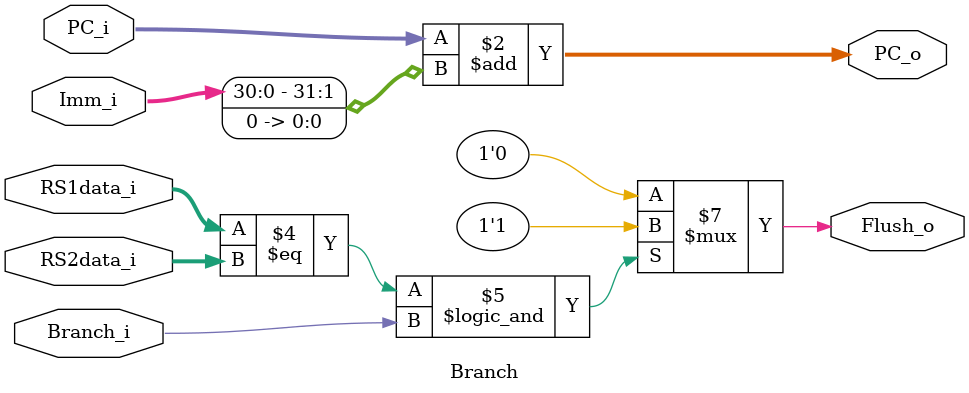
<source format=v>
module  Branch
(
    RS1data_i,
    RS2data_i,
    Branch_i,
    Imm_i,
    PC_i,
    Flush_o,
    PC_o
);

input   [31:0]  RS1data_i;
input   [31:0]  RS2data_i;
input           Branch_i;
input   [31:0]  Imm_i;
input   [31:0]  PC_i;
output          Flush_o;
output  [31:0]  PC_o;

reg     Flush_o;

assign PC_o = PC_i + (Imm_i << 1);

always@(RS1data_i or RS2data_i or Branch_i or Imm_i or PC_i)begin
    Flush_o = 1'b0;
    if(RS1data_i == RS2data_i && Branch_i)begin
        Flush_o = 1'b1;
    end
end

endmodule
</source>
